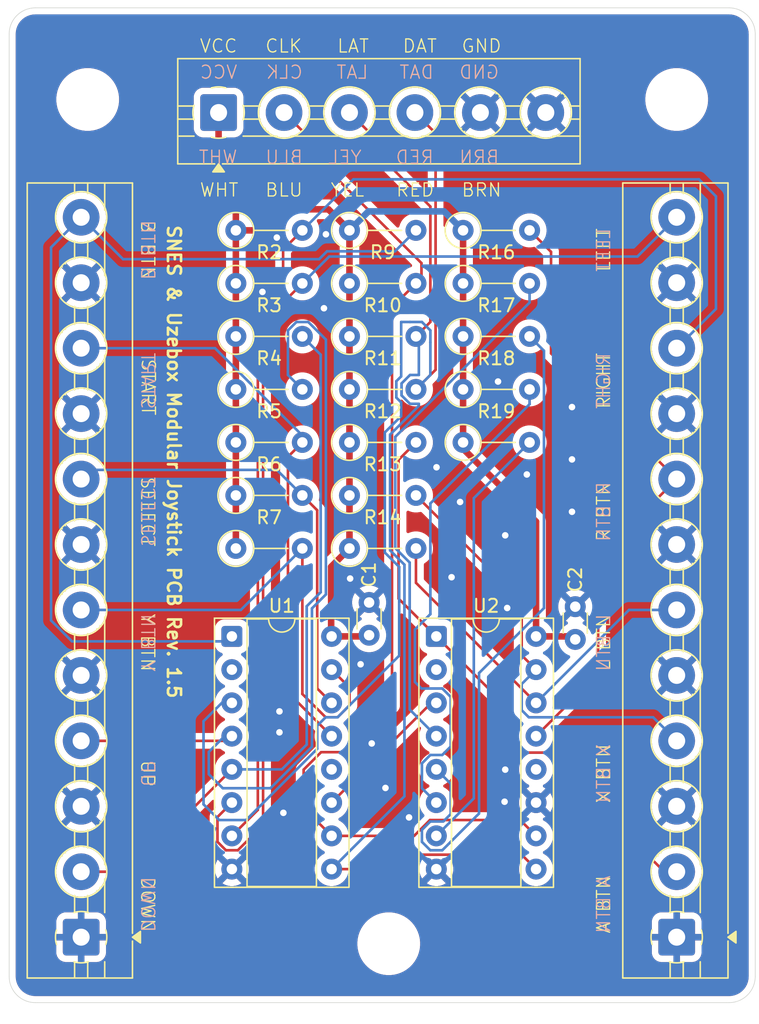
<source format=kicad_pcb>
(kicad_pcb (version 20241229) (generator "pcbnew") (generator_version "9.0")
  (title_block (title "SNES & Uzebox Modular Joystick PCB") (date "2025-05-06") (rev "1.5"))
  (layers (0 "F.Cu" signal) (2 "B.Cu" signal) (13 "F.Paste" user) (15 "B.Paste" user) (5 "F.SilkS" user "F.Silkscreen") (7 "B.SilkS" user "B.Silkscreen") (1 "F.Mask" user) (3 "B.Mask" user) (25 "Edge.Cuts" user))
  (net 0 "")
  (net 1 "/Vcc")
  (net 2 "/Latch")
  (net 3 "/Clk")
  (net 4 "/Gnd")
  (net 5 "/Data1")
  (net 6 "Net-(J2-Pin_4)")
  (net 7 "Net-(J2-Pin_6)")
  (net 8 "Net-(J2-Pin_12)")
  (net 9 "Net-(J2-Pin_8)")
  (net 10 "Net-(J2-Pin_2)")
  (net 11 "Net-(J2-Pin_10)")
  (net 12 "Net-(J3-Pin_10)")
  (net 13 "Net-(J3-Pin_2)")
  (net 14 "Net-(J3-Pin_8)")
  (net 15 "Net-(J3-Pin_12)")
  (net 16 "Net-(J3-Pin_4)")
  (net 17 "Net-(J3-Pin_6)")
  (net 18 "Net-(U2-D3)")
  (net 19 "Net-(U2-D2)")
  (net 20 "Net-(U2-D1)")
  (net 21 "Net-(U2-D0)")
  (net 24 "Net-(U1-DS)")
  (footprint "Resistor_THT:R_Axial_DIN0207_L6.3mm_D2.5mm_P5.08mm_Vertical" (layer "F.Cu") (at 124 75.5)
    (property "Reference" "R8" (hide yes))
    (property "Value" "10k")
    (pad "1" thru_hole circle (at 0 0) (size 1.6 1.6) (drill 0.8) (layers "*.Cu" "*.Mask") (net 1 "/Vcc"))
    (pad "2" thru_hole oval (at 5.08 0) (size 1.6 1.6) (drill 0.8) (layers "*.Cu" "*.Mask") (net 8 "Net-(J2-Pin_12)"))
  )
  (footprint "Resistor_THT:R_Axial_DIN0207_L6.3mm_D2.5mm_P5.08mm_Vertical" (layer "F.Cu") (at 124 83.6)
    (property "Reference" "R10" (at 2.54 -2.37 0) (layer "F.SilkS"))
    (property "Value" "10k")
    (pad "1" thru_hole circle (at 0 0) (size 1.6 1.6) (drill 0.8) (layers "*.Cu" "*.Mask") (net 1 "/Vcc"))
    (pad "2" thru_hole oval (at 5.08 0) (size 1.6 1.6) (drill 0.8) (layers "*.Cu" "*.Mask") (net 2 "/Latch"))
  )
  (footprint "Resistor_THT:R_Axial_DIN0207_L6.3mm_D2.5mm_P5.08mm_Vertical" (layer "F.Cu") (at 132.68 87.65)
    (property "Reference" "R18" (at 2.54 -2.37 0) (layer "F.SilkS"))
    (property "Value" "10k")
    (pad "1" thru_hole circle (at 0 0) (size 1.6 1.6) (drill 0.8) (layers "*.Cu" "*.Mask") (net 1 "/Vcc"))
    (pad "2" thru_hole oval (at 5.08 0) (size 1.6 1.6) (drill 0.8) (layers "*.Cu" "*.Mask") (net 20 "Net-(U2-D1)"))
  )
  (footprint "TerminalBlock:TerminalBlock_MaiXu_MX126-5.0-12P_1x12_P5.00mm" (layer "F.Cu") (at 103.5 129.5 90)
    (property "Reference" "J2" (hide yes))
    (property "Value" "Screw_Terminal_01x12")
    (pad "1" thru_hole roundrect (at 0 0 90) (size 2.8 2.8) (drill 1.3) (layers "*.Cu" "*.Mask") (roundrect_rratio 0.089286) (net 4 "/Gnd"))
    (pad "2" thru_hole circle (at 5 0 90) (size 2.8 2.8) (drill 1.3) (layers "*.Cu" "*.Mask") (net 10 "Net-(J2-Pin_2)"))
    (pad "3" thru_hole circle (at 10 0 90) (size 2.8 2.8) (drill 1.3) (layers "*.Cu" "*.Mask") (net 4 "/Gnd"))
    (pad "4" thru_hole circle (at 15 0 90) (size 2.8 2.8) (drill 1.3) (layers "*.Cu" "*.Mask") (net 6 "Net-(J2-Pin_4)"))
    (pad "5" thru_hole circle (at 20 0 90) (size 2.8 2.8) (drill 1.3) (layers "*.Cu" "*.Mask") (net 4 "/Gnd"))
    (pad "6" thru_hole circle (at 25 0 90) (size 2.8 2.8) (drill 1.3) (layers "*.Cu" "*.Mask") (net 7 "Net-(J2-Pin_6)"))
    (pad "7" thru_hole circle (at 30 0 90) (size 2.8 2.8) (drill 1.3) (layers "*.Cu" "*.Mask") (net 4 "/Gnd"))
    (pad "8" thru_hole circle (at 35 0 90) (size 2.8 2.8) (drill 1.3) (layers "*.Cu" "*.Mask") (net 9 "Net-(J2-Pin_8)"))
    (pad "9" thru_hole circle (at 40 0 90) (size 2.8 2.8) (drill 1.3) (layers "*.Cu" "*.Mask") (net 4 "/Gnd"))
    (pad "10" thru_hole circle (at 45 0 90) (size 2.8 2.8) (drill 1.3) (layers "*.Cu" "*.Mask") (net 11 "Net-(J2-Pin_10)"))
    (pad "11" thru_hole circle (at 50 0 90) (size 2.8 2.8) (drill 1.3) (layers "*.Cu" "*.Mask") (net 4 "/Gnd"))
    (pad "12" thru_hole circle (at 55 0 90) (size 2.8 2.8) (drill 1.3) (layers "*.Cu" "*.Mask") (net 8 "Net-(J2-Pin_12)"))
  )
  (footprint "Package_DIP:DIP-16_W7.62mm_Socket" (layer "F.Cu") (at 130.635 106.52)
    (property "Reference" "U2" (at 3.81 -2.33 0) (layer "F.SilkS"))
    (property "Value" "4021")
    (pad "1" thru_hole roundrect (at 0 0) (size 1.6 1.6) (drill 0.8) (layers "*.Cu" "*.Mask") (roundrect_rratio 0.15625) (net 13 "Net-(J3-Pin_2)"))
    (pad "2" thru_hole circle (at 0 2.54) (size 1.6 1.6) (drill 0.8) (layers "*.Cu" "*.Mask"))
    (pad "3" thru_hole circle (at 0 5.08) (size 1.6 1.6) (drill 0.8) (layers "*.Cu" "*.Mask") (net 24 "Net-(U1-DS)"))
    (pad "4" thru_hole circle (at 0 7.62) (size 1.6 1.6) (drill 0.8) (layers "*.Cu" "*.Mask") (net 18 "Net-(U2-D3)"))
    (pad "5" thru_hole circle (at 0 10.16) (size 1.6 1.6) (drill 0.8) (layers "*.Cu" "*.Mask") (net 19 "Net-(U2-D2)"))
    (pad "6" thru_hole circle (at 0 12.7) (size 1.6 1.6) (drill 0.8) (layers "*.Cu" "*.Mask") (net 20 "Net-(U2-D1)"))
    (pad "7" thru_hole circle (at 0 15.24) (size 1.6 1.6) (drill 0.8) (layers "*.Cu" "*.Mask") (net 21 "Net-(U2-D0)"))
    (pad "8" thru_hole circle (at 0 17.78) (size 1.6 1.6) (drill 0.8) (layers "*.Cu" "*.Mask") (net 4 "/Gnd"))
    (pad "9" thru_hole circle (at 7.62 17.78) (size 1.6 1.6) (drill 0.8) (layers "*.Cu" "*.Mask") (net 2 "/Latch"))
    (pad "10" thru_hole circle (at 7.62 15.24) (size 1.6 1.6) (drill 0.8) (layers "*.Cu" "*.Mask") (net 3 "/Clk"))
    (pad "11" thru_hole circle (at 7.62 12.7) (size 1.6 1.6) (drill 0.8) (layers "*.Cu" "*.Mask") (net 4 "/Gnd"))
    (pad "12" thru_hole circle (at 7.62 10.16) (size 1.6 1.6) (drill 0.8) (layers "*.Cu" "*.Mask"))
    (pad "13" thru_hole circle (at 7.62 7.62) (size 1.6 1.6) (drill 0.8) (layers "*.Cu" "*.Mask") (net 14 "Net-(J3-Pin_8)"))
    (pad "14" thru_hole circle (at 7.62 5.08) (size 1.6 1.6) (drill 0.8) (layers "*.Cu" "*.Mask") (net 17 "Net-(J3-Pin_6)"))
    (pad "15" thru_hole circle (at 7.62 2.54) (size 1.6 1.6) (drill 0.8) (layers "*.Cu" "*.Mask") (net 16 "Net-(J3-Pin_4)"))
    (pad "16" thru_hole circle (at 7.62 0) (size 1.6 1.6) (drill 0.8) (layers "*.Cu" "*.Mask") (net 1 "/Vcc"))
  )
  (footprint "Resistor_THT:R_Axial_DIN0207_L6.3mm_D2.5mm_P5.08mm_Vertical" (layer "F.Cu") (at 132.68 91.7)
    (property "Reference" "R19" (at 2.54 -2.37 0) (layer "F.SilkS"))
    (property "Value" "10k")
    (pad "1" thru_hole circle (at 0 0) (size 1.6 1.6) (drill 0.8) (layers "*.Cu" "*.Mask") (net 1 "/Vcc"))
    (pad "2" thru_hole oval (at 5.08 0) (size 1.6 1.6) (drill 0.8) (layers "*.Cu" "*.Mask") (net 21 "Net-(U2-D0)"))
  )
  (footprint "MountingHole:MountingHole_4.3mm_M4" (layer "F.Cu") (at 104 65.5)
    (property "Reference" "H2" (hide yes))
    (property "Value" "MountingHole")
    (pad "" np_thru_hole circle (at 0 0) (size 4.3 4.3) (drill 4.3) (layers "*.Cu" "*.Mask"))
  )
  (footprint "Resistor_THT:R_Axial_DIN0207_L6.3mm_D2.5mm_P5.08mm_Vertical" (layer "F.Cu") (at 115.32 95.75)
    (property "Reference" "R6" (at 2.54 -2.37 0) (layer "F.SilkS"))
    (property "Value" "10k")
    (pad "1" thru_hole circle (at 0 0) (size 1.6 1.6) (drill 0.8) (layers "*.Cu" "*.Mask") (net 1 "/Vcc"))
    (pad "2" thru_hole oval (at 5.08 0) (size 1.6 1.6) (drill 0.8) (layers "*.Cu" "*.Mask") (net 9 "Net-(J2-Pin_8)"))
  )
  (footprint "Resistor_THT:R_Axial_DIN0207_L6.3mm_D2.5mm_P5.08mm_Vertical" (layer "F.Cu") (at 132.68 75.5)
    (property "Reference" "R15" (hide yes))
    (property "Value" "10k")
    (pad "1" thru_hole circle (at 0 0) (size 1.6 1.6) (drill 0.8) (layers "*.Cu" "*.Mask") (net 1 "/Vcc"))
    (pad "2" thru_hole oval (at 5.08 0) (size 1.6 1.6) (drill 0.8) (layers "*.Cu" "*.Mask") (net 14 "Net-(J3-Pin_8)"))
  )
  (footprint "MountingHole:MountingHole_4.3mm_M4" (layer "F.Cu") (at 127 130)
    (property "Reference" "H1" (hide yes))
    (property "Value" "MountingHole")
    (pad "" np_thru_hole circle (at 0 0) (size 4.3 4.3) (drill 4.3) (layers "*.Cu" "*.Mask"))
  )
  (footprint "Resistor_THT:R_Axial_DIN0207_L6.3mm_D2.5mm_P5.08mm_Vertical" (layer "F.Cu") (at 115.32 79.55)
    (property "Reference" "R2" (at 2.54 -2.37 0) (layer "F.SilkS"))
    (property "Value" "10k")
    (pad "1" thru_hole circle (at 0 0) (size 1.6 1.6) (drill 0.8) (layers "*.Cu" "*.Mask") (net 1 "/Vcc"))
    (pad "2" thru_hole oval (at 5.08 0) (size 1.6 1.6) (drill 0.8) (layers "*.Cu" "*.Mask") (net 15 "Net-(J3-Pin_12)"))
  )
  (footprint "TerminalBlock:TerminalBlock_MaiXu_MX126-5.0-12P_1x12_P5.00mm" (layer "F.Cu") (at 149 129.5 90)
    (property "Reference" "J3" (hide yes))
    (property "Value" "Screw_Terminal_01x12")
    (pad "1" thru_hole roundrect (at 0 0 90) (size 2.8 2.8) (drill 1.3) (layers "*.Cu" "*.Mask") (roundrect_rratio 0.089286) (net 4 "/Gnd"))
    (pad "2" thru_hole circle (at 5 0 90) (size 2.8 2.8) (drill 1.3) (layers "*.Cu" "*.Mask") (net 13 "Net-(J3-Pin_2)"))
    (pad "3" thru_hole circle (at 10 0 90) (size 2.8 2.8) (drill 1.3) (layers "*.Cu" "*.Mask") (net 4 "/Gnd"))
    (pad "4" thru_hole circle (at 15 0 90) (size 2.8 2.8) (drill 1.3) (layers "*.Cu" "*.Mask") (net 16 "Net-(J3-Pin_4)"))
    (pad "5" thru_hole circle (at 20 0 90) (size 2.8 2.8) (drill 1.3) (layers "*.Cu" "*.Mask") (net 4 "/Gnd"))
    (pad "6" thru_hole circle (at 25 0 90) (size 2.8 2.8) (drill 1.3) (layers "*.Cu" "*.Mask") (net 17 "Net-(J3-Pin_6)"))
    (pad "7" thru_hole circle (at 30 0 90) (size 2.8 2.8) (drill 1.3) (layers "*.Cu" "*.Mask") (net 4 "/Gnd"))
    (pad "8" thru_hole circle (at 35 0 90) (size 2.8 2.8) (drill 1.3) (layers "*.Cu" "*.Mask") (net 14 "Net-(J3-Pin_8)"))
    (pad "9" thru_hole circle (at 40 0 90) (size 2.8 2.8) (drill 1.3) (layers "*.Cu" "*.Mask") (net 4 "/Gnd"))
    (pad "10" thru_hole circle (at 45 0 90) (size 2.8 2.8) (drill 1.3) (layers "*.Cu" "*.Mask") (net 12 "Net-(J3-Pin_10)"))
    (pad "11" thru_hole circle (at 50 0 90) (size 2.8 2.8) (drill 1.3) (layers "*.Cu" "*.Mask") (net 4 "/Gnd"))
    (pad "12" thru_hole circle (at 55 0 90) (size 2.8 2.8) (drill 1.3) (layers "*.Cu" "*.Mask") (net 15 "Net-(J3-Pin_12)"))
  )
  (footprint "Resistor_THT:R_Axial_DIN0207_L6.3mm_D2.5mm_P5.08mm_Vertical" (layer "F.Cu") (at 115.32 75.5)
    (property "Reference" "R1" (hide yes))
    (property "Value" "10k")
    (pad "1" thru_hole circle (at 0 0) (size 1.6 1.6) (drill 0.8) (layers "*.Cu" "*.Mask") (net 1 "/Vcc"))
    (pad "2" thru_hole oval (at 5.08 0) (size 1.6 1.6) (drill 0.8) (layers "*.Cu" "*.Mask") (net 12 "Net-(J3-Pin_10)"))
  )
  (footprint "Resistor_THT:R_Axial_DIN0207_L6.3mm_D2.5mm_P5.08mm_Vertical" (layer "F.Cu") (at 124 79.55)
    (property "Reference" "R9" (at 2.54 -2.37 0) (layer "F.SilkS"))
    (property "Value" "10k")
    (pad "1" thru_hole circle (at 0 0) (size 1.6 1.6) (drill 0.8) (layers "*.Cu" "*.Mask") (net 1 "/Vcc"))
    (pad "2" thru_hole oval (at 5.08 0) (size 1.6 1.6) (drill 0.8) (layers "*.Cu" "*.Mask") (net 3 "/Clk"))
  )
  (footprint "TerminalBlock:TerminalBlock_MaiXu_MX126-5.0-06P_1x06_P5.00mm" (layer "F.Cu") (at 114 66.5)
    (property "Reference" "J1" (hide yes))
    (property "Value" "Screw_Terminal_01x06")
    (pad "1" thru_hole roundrect (at 0 0) (size 2.8 2.8) (drill 1.3) (layers "*.Cu" "*.Mask") (roundrect_rratio 0.089286) (net 1 "/Vcc"))
    (pad "2" thru_hole circle (at 5 0) (size 2.8 2.8) (drill 1.3) (layers "*.Cu" "*.Mask") (net 3 "/Clk"))
    (pad "3" thru_hole circle (at 10 0) (size 2.8 2.8) (drill 1.3) (layers "*.Cu" "*.Mask") (net 2 "/Latch"))
    (pad "4" thru_hole circle (at 15 0) (size 2.8 2.8) (drill 1.3) (layers "*.Cu" "*.Mask") (net 5 "/Data1"))
    (pad "5" thru_hole circle (at 20 0) (size 2.8 2.8) (drill 1.3) (layers "*.Cu" "*.Mask") (net 4 "/Gnd"))
    (pad "6" thru_hole circle (at 25 0) (size 2.8 2.8) (drill 1.3) (layers "*.Cu" "*.Mask") (net 4 "/Gnd"))
  )
  (footprint "Resistor_THT:R_Axial_DIN0207_L6.3mm_D2.5mm_P5.08mm_Vertical" (layer "F.Cu") (at 124 95.75)
    (property "Reference" "R13" (at 2.54 -2.37 0) (layer "F.SilkS"))
    (property "Value" "10k")
    (pad "1" thru_hole circle (at 0 0) (size 1.6 1.6) (drill 0.8) (layers "*.Cu" "*.Mask") (net 1 "/Vcc"))
    (pad "2" thru_hole oval (at 5.08 0) (size 1.6 1.6) (drill 0.8) (layers "*.Cu" "*.Mask") (net 16 "Net-(J3-Pin_4)"))
  )
  (footprint "MountingHole:MountingHole_4.3mm_M4" (layer "F.Cu") (at 149 65.5)
    (property "Reference" "H3" (hide yes))
    (property "Value" "MountingHole")
    (pad "" np_thru_hole circle (at 0 0) (size 4.3 4.3) (drill 4.3) (layers "*.Cu" "*.Mask"))
  )
  (footprint "Resistor_THT:R_Axial_DIN0207_L6.3mm_D2.5mm_P5.08mm_Vertical" (layer "F.Cu") (at 115.32 99.8)
    (property "Reference" "R7" (at 2.54 -2.37 0) (layer "F.SilkS"))
    (property "Value" "10k")
    (pad "1" thru_hole circle (at 0 0) (size 1.6 1.6) (drill 0.8) (layers "*.Cu" "*.Mask") (net 1 "/Vcc"))
    (pad "2" thru_hole oval (at 5.08 0) (size 1.6 1.6) (drill 0.8) (layers "*.Cu" "*.Mask") (net 7 "Net-(J2-Pin_6)"))
  )
  (footprint "Resistor_THT:R_Axial_DIN0207_L6.3mm_D2.5mm_P5.08mm_Vertical" (layer "F.Cu") (at 124 87.65)
    (property "Reference" "R11" (at 2.54 -2.37 0) (layer "F.SilkS"))
    (property "Value" "10k")
    (pad "1" thru_hole circle (at 0 0) (size 1.6 1.6) (drill 0.8) (layers "*.Cu" "*.Mask") (net 1 "/Vcc"))
    (pad "2" thru_hole oval (at 5.08 0) (size 1.6 1.6) (drill 0.8) (layers "*.Cu" "*.Mask") (net 5 "/Data1"))
  )
  (footprint "Resistor_THT:R_Axial_DIN0207_L6.3mm_D2.5mm_P5.08mm_Vertical" (layer "F.Cu") (at 115.32 87.65)
    (property "Reference" "R4" (at 2.54 -2.37 0) (layer "F.SilkS"))
    (property "Value" "10k")
    (pad "1" thru_hole circle (at 0 0) (size 1.6 1.6) (drill 0.8) (layers "*.Cu" "*.Mask") (net 1 "/Vcc"))
    (pad "2" thru_hole oval (at 5.08 0) (size 1.6 1.6) (drill 0.8) (layers "*.Cu" "*.Mask") (net 6 "Net-(J2-Pin_4)"))
  )
  (footprint "Package_DIP:DIP-16_W7.62mm_Socket" (layer "F.Cu") (at 115.015 106.52)
    (property "Reference" "U1" (at 3.81 -2.33 0) (layer "F.SilkS"))
    (property "Value" "4021")
    (pad "1" thru_hole roundrect (at 0 0) (size 1.6 1.6) (drill 0.8) (layers "*.Cu" "*.Mask") (roundrect_rratio 0.15625) (net 8 "Net-(J2-Pin_12)"))
    (pad "2" thru_hole circle (at 0 2.54) (size 1.6 1.6) (drill 0.8) (layers "*.Cu" "*.Mask"))
    (pad "3" thru_hole circle (at 0 5.08) (size 1.6 1.6) (drill 0.8) (layers "*.Cu" "*.Mask") (net 5 "/Data1"))
    (pad "4" thru_hole circle (at 0 7.62) (size 1.6 1.6) (drill 0.8) (layers "*.Cu" "*.Mask") (net 6 "Net-(J2-Pin_4)"))
    (pad "5" thru_hole circle (at 0 10.16) (size 1.6 1.6) (drill 0.8) (layers "*.Cu" "*.Mask") (net 10 "Net-(J2-Pin_2)"))
    (pad "6" thru_hole circle (at 0 12.7) (size 1.6 1.6) (drill 0.8) (layers "*.Cu" "*.Mask") (net 15 "Net-(J3-Pin_12)"))
    (pad "7" thru_hole circle (at 0 15.24) (size 1.6 1.6) (drill 0.8) (layers "*.Cu" "*.Mask") (net 12 "Net-(J3-Pin_10)"))
    (pad "8" thru_hole circle (at 0 17.78) (size 1.6 1.6) (drill 0.8) (layers "*.Cu" "*.Mask") (net 4 "/Gnd"))
    (pad "9" thru_hole circle (at 7.62 17.78) (size 1.6 1.6) (drill 0.8) (layers "*.Cu" "*.Mask") (net 2 "/Latch"))
    (pad "10" thru_hole circle (at 7.62 15.24) (size 1.6 1.6) (drill 0.8) (layers "*.Cu" "*.Mask") (net 3 "/Clk"))
    (pad "11" thru_hole circle (at 7.62 12.7) (size 1.6 1.6) (drill 0.8) (layers "*.Cu" "*.Mask") (net 24 "Net-(U1-DS)"))
    (pad "12" thru_hole circle (at 7.62 10.16) (size 1.6 1.6) (drill 0.8) (layers "*.Cu" "*.Mask"))
    (pad "13" thru_hole circle (at 7.62 7.62) (size 1.6 1.6) (drill 0.8) (layers "*.Cu" "*.Mask") (net 11 "Net-(J2-Pin_10)"))
    (pad "14" thru_hole circle (at 7.62 5.08) (size 1.6 1.6) (drill 0.8) (layers "*.Cu" "*.Mask") (net 9 "Net-(J2-Pin_8)"))
    (pad "15" thru_hole circle (at 7.62 2.54) (size 1.6 1.6) (drill 0.8) (layers "*.Cu" "*.Mask") (net 7 "Net-(J2-Pin_6)"))
    (pad "16" thru_hole circle (at 7.62 0) (size 1.6 1.6) (drill 0.8) (layers "*.Cu" "*.Mask") (net 1 "/Vcc"))
  )
  (footprint "Capacitor_THT:C_Disc_D3.0mm_W1.6mm_P2.50mm" (layer "F.Cu") (at 125.5 106.43 90)
    (property "Reference" "C1" (at 4.63 -0.01 90) (layer "F.SilkS"))
    (property "Value" "0.01uf")
    (pad "1" thru_hole circle (at 0 0 90) (size 1.6 1.6) (drill 0.8) (layers "*.Cu" "*.Mask") (net 1 "/Vcc"))
    (pad "2" thru_hole circle (at 2.5 0 90) (size 1.6 1.6) (drill 0.8) (layers "*.Cu" "*.Mask") (net 4 "/Gnd"))
  )
  (footprint "Capacitor_THT:C_Disc_D3.0mm_W1.6mm_P2.50mm" (layer "F.Cu") (at 141.25 106.75 90)
    (property "Reference" "C2" (at 4.57 0 90) (layer "F.SilkS"))
    (property "Value" "0.01uf")
    (pad "1" thru_hole circle (at 0 0 90) (size 1.6 1.6) (drill 0.8) (layers "*.Cu" "*.Mask") (net 1 "/Vcc"))
    (pad "2" thru_hole circle (at 2.5 0 90) (size 1.6 1.6) (drill 0.8) (layers "*.Cu" "*.Mask") (net 4 "/Gnd"))
  )
  (footprint "Resistor_THT:R_Axial_DIN0207_L6.3mm_D2.5mm_P5.08mm_Vertical" (layer "F.Cu") (at 124 91.7)
    (property "Reference" "R12" (at 2.54 -2.37 0) (layer "F.SilkS"))
    (property "Value" "10k")
    (pad "1" thru_hole circle (at 0 0) (size 1.6 1.6) (drill 0.8) (layers "*.Cu" "*.Mask") (net 1 "/Vcc"))
    (pad "2" thru_hole oval (at 5.08 0) (size 1.6 1.6) (drill 0.8) (layers "*.Cu" "*.Mask") (net 13 "Net-(J3-Pin_2)"))
  )
  (footprint "Resistor_THT:R_Axial_DIN0207_L6.3mm_D2.5mm_P5.08mm_Vertical" (layer "F.Cu") (at 115.32 91.7)
    (property "Reference" "R5" (at 2.54 -2.37 0) (layer "F.SilkS"))
    (property "Value" "10k")
    (pad "1" thru_hole circle (at 0 0) (size 1.6 1.6) (drill 0.8) (layers "*.Cu" "*.Mask") (net 1 "/Vcc"))
    (pad "2" thru_hole oval (at 5.08 0) (size 1.6 1.6) (drill 0.8) (layers "*.Cu" "*.Mask") (net 11 "Net-(J2-Pin_10)"))
  )
  (footprint "Resistor_THT:R_Axial_DIN0207_L6.3mm_D2.5mm_P5.08mm_Vertical" (layer "F.Cu") (at 115.32 83.6)
    (property "Reference" "R3" (at 2.54 -2.37 0) (layer "F.SilkS"))
    (property "Value" "10k")
    (pad "1" thru_hole circle (at 0 0) (size 1.6 1.6) (drill 0.8) (layers "*.Cu" "*.Mask") (net 1 "/Vcc"))
    (pad "2" thru_hole oval (at 5.08 0) (size 1.6 1.6) (drill 0.8) (layers "*.Cu" "*.Mask") (net 10 "Net-(J2-Pin_2)"))
  )
  (footprint "Resistor_THT:R_Axial_DIN0207_L6.3mm_D2.5mm_P5.08mm_Vertical" (layer "F.Cu") (at 132.68 83.6)
    (property "Reference" "R17" (at 2.54 -2.37 0) (layer "F.SilkS"))
    (property "Value" "10k")
    (pad "1" thru_hole circle (at 0 0) (size 1.6 1.6) (drill 0.8) (layers "*.Cu" "*.Mask") (net 1 "/Vcc"))
    (pad "2" thru_hole oval (at 5.08 0) (size 1.6 1.6) (drill 0.8) (layers "*.Cu" "*.Mask") (net 19 "Net-(U2-D2)"))
  )
  (footprint "Resistor_THT:R_Axial_DIN0207_L6.3mm_D2.5mm_P5.08mm_Vertical" (layer "F.Cu") (at 124 99.8)
    (property "Reference" "R14" (at 2.54 -2.37 0) (layer "F.SilkS"))
    (property "Value" "10k")
    (pad "1" thru_hole circle (at 0 0) (size 1.6 1.6) (drill 0.8) (layers "*.Cu" "*.Mask") (net 1 "/Vcc"))
    (pad "2" thru_hole oval (at 5.08 0) (size 1.6 1.6) (drill 0.8) (layers "*.Cu" "*.Mask") (net 17 "Net-(J3-Pin_6)"))
  )
  (footprint "Resistor_THT:R_Axial_DIN0207_L6.3mm_D2.5mm_P5.08mm_Vertical" (layer "F.Cu") (at 132.68 79.55)
    (property "Reference" "R16" (at 2.54 -2.37 0) (layer "F.SilkS"))
    (property "Value" "10k")
    (pad "1" thru_hole circle (at 0 0) (size 1.6 1.6) (drill 0.8) (layers "*.Cu" "*.Mask") (net 1 "/Vcc"))
    (pad "2" thru_hole oval (at 5.08 0) (size 1.6 1.6) (drill 0.8) (layers "*.Cu" "*.Mask") (net 18 "Net-(U2-D3)"))
  )
  (gr_line (start 100 58.5) (end 153 58.5) (stroke (width 0.05)) (layer "Edge.Cuts"))
  (gr_line (start 98 132.5) (end 98 60.5) (stroke (width 0.05)) (layer "Edge.Cuts"))
  (gr_line (start 155 60.5) (end 155 132.5) (stroke (width 0.05)) (layer "Edge.Cuts"))
  (gr_arc (start 98 60.5) (mid 98.585786 59.085786) (end 100 58.5) (stroke (width 0.05)) (layer "Edge.Cuts"))
  (gr_arc (start 100 134.5) (mid 98.585786 133.914214) (end 98 132.5) (stroke (width 0.05)) (layer "Edge.Cuts"))
  (gr_arc (start 153 58.5) (mid 154.414214 59.085786) (end 155 60.5) (stroke (width 0.05)) (layer "Edge.Cuts"))
  (gr_line (start 153 134.5) (end 100 134.5) (stroke (width 0.05)) (layer "Edge.Cuts"))
  (gr_arc (start 155 132.5) (mid 154.414214 133.914214) (end 153 134.5) (stroke (width 0.05)) (layer "Edge.Cuts"))
  (gr_text "START" (at 108.05 85.25 270) (layer "F.SilkS") (effects (font (size 1 1) (thickness 0.1)) (justify left bottom)))
  (gr_text "B BTN" (at 108 77 270) (layer "F.SilkS") (effects (font (size 1 1) (thickness 0.1)) (justify bottom)))
  (gr_text "VCC" (at 112.5 62 -0) (layer "F.SilkS") (effects (font (size 1 1) (thickness 0.1)) (justify left bottom)))
  (gr_text "L BTN" (at 144 107 90) (layer "F.SilkS") (effects (font (size 1 1) (thickness 0.1)) (justify bottom)))
  (gr_text "${TITLE} Rev. ${REVISION}" (at 110 75 270) (layer "F.SilkS") (effects (font (size 1 1) (thickness 0.2) (bold yes)) (justify left bottom)))
  (gr_text "X BTN" (at 144 117 90) (layer "F.SilkS") (effects (font (size 1 1) (thickness 0.1)) (justify bottom)))
  (gr_text "R BTN" (at 144 97 90) (layer "F.SilkS") (effects (font (size 1 1) (thickness 0.1)) (justify bottom)))
  (gr_text "GND" (at 132.5 62 -0) (layer "F.SilkS") (effects (font (size 1 1) (thickness 0.1)) (justify left bottom)))
  (gr_text "UP" (at 108 117 270) (layer "F.SilkS") (effects (font (size 1 1) (thickness 0.1)) (justify bottom)))
  (gr_text "WHT" (at 112.5 73 -0) (layer "F.SilkS") (effects (font (size 1 1) (thickness 0.1)) (justify left bottom)))
  (gr_text "BRN" (at 132.5 73 -0) (layer "F.SilkS") (effects (font (size 1 1) (thickness 0.1)) (justify left bottom)))
  (gr_text "LAT" (at 123 62 -0) (layer "F.SilkS") (effects (font (size 1 1) (thickness 0.1)) (justify left bottom)))
  (gr_text "DAT" (at 128 62 -0) (layer "F.SilkS") (effects (font (size 1 1) (thickness 0.1)) (justify left bottom)))
  (gr_text "SELECT" (at 108 97 270) (layer "F.SilkS") (effects (font (size 1 1) (thickness 0.1)) (justify bottom)))
  (gr_text "YEL" (at 122.5 73 -0) (layer "F.SilkS") (effects (font (size 1 1) (thickness 0.1)) (justify left bottom)))
  (gr_text "A BTN" (at 144 127 90) (layer "F.SilkS") (effects (font (size 1 1) (thickness 0.1)) (justify bottom)))
  (gr_text "BLU" (at 117.5 73 -0) (layer "F.SilkS") (effects (font (size 1 1) (thickness 0.1)) (justify left bottom)))
  (gr_text "Y BTN" (at 108 107 270) (layer "F.SilkS") (effects (font (size 1 1) (thickness 0.1)) (justify bottom)))
  (gr_text "RIGHT" (at 144 87 90) (layer "F.SilkS") (effects (font (size 1 1) (thickness 0.1)) (justify bottom)))
  (gr_text "DOWN" (at 108 127 270) (layer "F.SilkS") (effects (font (size 1 1) (thickness 0.1)) (justify bottom)))
  (gr_text "RED" (at 127.5 73 -0) (layer "F.SilkS") (effects (font (size 1 1) (thickness 0.1)) (justify left bottom)))
  (gr_text "LEFT" (at 144 77 90) (layer "F.SilkS") (effects (font (size 1 1) (thickness 0.1)) (justify bottom)))
  (gr_text "CLK" (at 117.5 62 -0) (layer "F.SilkS") (effects (font (size 1 1) (thickness 0.1)) (justify left bottom)))
  (gr_text "GND" (at 135.5 64 0) (layer "B.SilkS") (effects (font (size 1 1) (thickness 0.1)) (justify left bottom mirror)))
  (gr_text "RED" (at 130.5 70.5 0) (layer "B.SilkS") (effects (font (size 1 1) (thickness 0.1)) (justify left bottom mirror)))
  (gr_text "BRN" (at 135.5 70.5 0) (layer "B.SilkS") (effects (font (size 1 1) (thickness 0.1)) (justify left bottom mirror)))
  (gr_text "A BTN" (at 144 127 90) (layer "B.SilkS") (effects (font (size 1 1) (thickness 0.1)) (justify bottom mirror)))
  (gr_text "BLU" (at 120.5 70.5 0) (layer "B.SilkS") (effects (font (size 1 1) (thickness 0.1)) (justify left bottom mirror)))
  (gr_text "LEFT" (at 144 77 90) (layer "B.SilkS") (effects (font (size 1 1) (thickness 0.1)) (justify bottom mirror)))
  (gr_text "RIGHT" (at 144 87 90) (layer "B.SilkS") (effects (font (size 1 1) (thickness 0.1)) (justify bottom mirror)))
  (gr_text "SELECT" (at 108 97 270) (layer "B.SilkS") (effects (font (size 1 1) (thickness 0.1)) (justify bottom mirror)))
  (gr_text "WHT" (at 115.5 70.5 0) (layer "B.SilkS") (effects (font (size 1 1) (thickness 0.1)) (justify left bottom mirror)))
  (gr_text "X BTN" (at 144 117 90) (layer "B.SilkS") (effects (font (size 1 1) (thickness 0.1)) (justify bottom mirror)))
  (gr_text "START" (at 108 87 270) (layer "B.SilkS") (effects (font (size 1 1) (thickness 0.1)) (justify bottom mirror)))
  (gr_text "LAT" (at 125.5 64 0) (layer "B.SilkS") (effects (font (size 1 1) (thickness 0.1)) (justify left bottom mirror)))
  (gr_text "YEL" (at 125 70.5 0) (layer "B.SilkS") (effects (font (size 1 1) (thickness 0.1)) (justify left bottom mirror)))
  (gr_text "DAT" (at 130.5 64 0) (layer "B.SilkS") (effects (font (size 1 1) (thickness 0.1)) (justify left bottom mirror)))
  (gr_text "B BTN" (at 108 77 270) (layer "B.SilkS") (effects (font (size 1 1) (thickness 0.1)) (justify bottom mirror)))
  (gr_text "R BTN" (at 144 97 90) (layer "B.SilkS") (effects (font (size 1 1) (thickness 0.1)) (justify bottom mirror)))
  (gr_text "L BTN" (at 144 107 90) (layer "B.SilkS") (effects (font (size 1 1) (thickness 0.1)) (justify bottom mirror)))
  (gr_text "DOWN" (at 108 127 270) (layer "B.SilkS") (effects (font (size 1 1) (thickness 0.1)) (justify bottom mirror)))
  (gr_text "CLK" (at 120.5 64 0) (layer "B.SilkS") (effects (font (size 1 1) (thickness 0.1)) (justify left bottom mirror)))
  (gr_text "VCC" (at 115.5 64 0) (layer "B.SilkS") (effects (font (size 1 1) (thickness 0.1)) (justify left bottom mirror)))
  (gr_text "Y BTN" (at 108 107 270) (layer "B.SilkS") (effects (font (size 1 1) (thickness 0.1)) (justify bottom mirror)))
  (gr_text "UP" (at 108 117 270) (layer "B.SilkS") (effects (font (size 1 1) (thickness 0.1)) (justify bottom mirror)))
  (segment (start 132.68 79.55) (end 132.68 83.6) (width 0.5) (layer "F.Cu") (net 1))
  (segment (start 124 99.8) (end 122.6 101.2) (width 0.5) (layer "F.Cu") (net 1))
  (segment (start 115.32 75.5) (end 115.32 71.68) (width 0.5) (layer "F.Cu") (net 1))
  (segment (start 124 75.5) (end 124 79.55) (width 0.5) (layer "F.Cu") (net 1))
  (segment (start 132.68 75.5) (end 132.68 79.55) (width 0.5) (layer "F.Cu") (net 1))
  (segment (start 132.68 83.6) (end 132.68 87.65) (width 0.5) (layer "F.Cu") (net 1))
  (segment (start 132.68 92.18) (end 138.255 97.755) (width 0.5) (layer "F.Cu") (net 1))
  (segment (start 115.32 87.65) (end 115.32 91.7) (width 0.5) (layer "F.Cu") (net 1))
  (segment (start 124 95.75) (end 124 99.8) (width 0.5) (layer "F.Cu") (net 1))
  (segment (start 115.32 79.55) (end 115.32 83.6) (width 0.5) (layer "F.Cu") (net 1))
  (segment (start 124 87.65) (end 124 91.7) (width 0.5) (layer "F.Cu") (net 1))
  (segment (start 140.61 106.52) (end 140.66 106.57) (width 0.5) (layer "F.Cu") (net 1))
  (segment (start 118.89 73.89) (end 117.28 75.5) (width 0.5) (layer "F.Cu") (net 1))
  (segment (start 118.89 73.89) (end 122.39 73.89) (width 0.5) (layer "F.Cu") (net 1))
  (segment (start 122.39 73.89) (end 124 75.5) (width 0.5) (layer "F.Cu") (net 1))
  (segment (start 114 70.36) (end 114 66.5) (width 0.5) (layer "F.Cu") (net 1))
  (segment (start 124 79.55) (end 124 83.6) (width 0.5) (layer "F.Cu") (net 1))
  (segment (start 115.32 83.6) (end 115.32 87.65) (width 0.5) (layer "F.Cu") (net 1))
  (segment (start 117.28 75.5) (end 115.32 75.5) (width 0.5) (layer "F.Cu") (net 1))
  (segment (start 138.255 106.52) (end 140.61 106.52) (width 0.5) (layer "F.Cu") (net 1))
  (segment (start 124 83.6) (end 124 87.65) (width 0.5) (layer "F.Cu") (net 1))
  (segment (start 132.68 91.7) (end 132.68 92.18) (width 0.5) (layer "F.Cu") (net 1))
  (segment (start 122.635 106.52) (end 125.12 106.52) (width 0.5) (layer "F.Cu") (net 1))
  (segment (start 132.68 87.65) (end 132.68 91.7) (width 0.5) (layer "F.Cu") (net 1))
  (segment (start 124 91.7) (end 124 95.75) (width 0.5) (layer "F.Cu") (net 1))
  (segment (start 114 70.36) (end 115.32 71.68) (width 0.5) (layer "F.Cu") (net 1))
  (segment (start 115.32 75.5) (end 115.32 79.55) (width 0.5) (layer "F.Cu") (net 1))
  (segment (start 122.6 101.2) (end 122.6 106.485) (width 0.5) (layer "F.Cu") (net 1))
  (segment (start 138.255 97.755) (end 138.255 106.52) (width 0.5) (layer "F.Cu") (net 1))
  (segment (start 115.32 91.7) (end 115.32 95.75) (width 0.5) (layer "F.Cu") (net 1))
  (segment (start 122.6 106.485) (end 122.635 106.52) (width 0.5) (layer "F.Cu") (net 1))
  (segment (start 125.12 106.52) (end 125.21 106.43) (width 0.5) (layer "F.Cu") (net 1))
  (segment (start 115.32 95.75) (end 115.32 99.8) (width 0.5) (layer "F.Cu") (net 1))
  (segment (start 131.23 74.05) (end 132.68 75.5) (width 0.5) (layer "B.Cu") (net 1))
  (segment (start 125.45 74.05) (end 131.23 74.05) (width 0.5) (layer "B.Cu") (net 1))
  (segment (start 124 75.5) (end 125.45 74.05) (width 0.5) (layer "B.Cu") (net 1))
  (segment (start 130.18 82.5) (end 129.08 83.6) (width 0.2) (layer "F.Cu") (net 2))
  (segment (start 126 69.5) (end 126 68.5) (width 0.2) (layer "F.Cu") (net 2))
  (segment (start 127.5 124.3) (end 122.635 124.3) (width 0.2) (layer "F.Cu") (net 2))
  (segment (start 126 69.5) (end 130.18 73.68) (width 0.2) (layer "F.Cu") (net 2))
  (segment (start 128.601 123.199) (end 127.5 124.3) (width 0.2) (layer "F.Cu") (net 2))
  (segment (start 126 68.5) (end 124 66.5) (width 0.2) (layer "F.Cu") (net 2))
  (segment (start 138.255 124.3) (end 137.154 123.199) (width 0.2) (layer "F.Cu") (net 2))
  (segment (start 130.18 73.68) (end 130.18 82.5) (width 0.2) (layer "F.Cu") (net 2))
  (segment (start 137.154 123.199) (end 128.601 123.199) (width 0.2) (layer "F.Cu") (net 2))
  (segment (start 127.979 87.19395) (end 127.979 88.10605) (width 0.2) (layer "B.Cu") (net 2))
  (segment (start 127.979 88.10605) (end 128.62395 88.751) (width 0.2) (layer "B.Cu") (net 2))
  (segment (start 129.3 88.907265) (end 127.1 91.107265) (width 0.2) (layer "B.Cu") (net 2))
  (segment (start 129.3 86.549) (end 128.62395 86.549) (width 0.2) (layer "B.Cu") (net 2))
  (segment (start 129.08 83.6) (end 129.3 83.82) (width 0.2) (layer "B.Cu") (net 2))
  (segment (start 129.3 83.82) (end 129.3 86.549) (width 0.2) (layer "B.Cu") (net 2))
  (segment (start 128.62395 86.549) (end 127.979 87.19395) (width 0.2) (layer "B.Cu") (net 2))
  (segment (start 128.199 118.736) (end 122.635 124.3) (width 0.2) (layer "B.Cu") (net 2))
  (segment (start 127.1 99.94415) (end 128.199 101.04315) (width 0.2) (layer "B.Cu") (net 2))
  (segment (start 129.3 88.751) (end 129.3 88.907265) (width 0.2) (layer "B.Cu") (net 2))
  (segment (start 127.1 91.107265) (end 127.1 99.94415) (width 0.2) (layer "B.Cu") (net 2))
  (segment (start 128.62395 88.751) (end 129.3 88.751) (width 0.2) (layer "B.Cu") (net 2))
  (segment (start 128.199 101.04315) (end 128.199 118.736) (width 0.2) (layer "B.Cu") (net 2))
  (segment (start 121 68.5) (end 121 69.5) (width 0.2) (layer "F.Cu") (net 3))
  (segment (start 128.94 121.76) (end 122.635 121.76) (width 0.2) (layer "F.Cu") (net 3))
  (segment (start 129.08 79.55) (end 127.25 81.38) (width 0.2) (layer "F.Cu") (net 3))
  (segment (start 129.5 79.13) (end 129.08 79.55) (width 0.2) (layer "F.Cu") (net 3))
  (segment (start 127.25 81.38) (end 127.25 111.8) (width 0.2) (layer "F.Cu") (net 3))
  (segment (start 129.5 78) (end 129.5 79.13) (width 0.2) (layer "F.Cu") (net 3))
  (segment (start 127.25 111.8) (end 123.684682 115.365318) (width 0.2) (layer "F.Cu") (net 3))
  (segment (start 123.684682 115.365318) (end 121.834682 115.365318) (width 0.2) (layer "F.Cu") (net 3))
  (segment (start 130.15 120.55) (end 128.94 121.76) (width 0.2) (layer "F.Cu") (net 3))
  (segment (start 119 66.5) (end 121 68.5) (width 0.2) (layer "F.Cu") (net 3))
  (segment (start 138.255 121.76) (end 137.045 120.55) (width 0.2) (layer "F.Cu") (net 3))
  (segment (start 121 69.5) (end 129.5 78) (width 0.2) (layer "F.Cu") (net 3))
  (segment (start 121.834682 115.365318) (end 120.5 116.7) (width 0.2) (layer "F.Cu") (net 3))
  (segment (start 137.045 120.55) (end 130.15 120.55) (width 0.2) (layer "F.Cu") (net 3))
  (segment (start 120.5 116.7) (end 120.5 119.625) (width 0.2) (layer "F.Cu") (net 3))
  (segment (start 120.5 119.625) (end 122.635 121.76) (width 0.2) (layer "F.Cu") (net 3))
  (via (at 122.2 75.8) (size 0.8) (drill 0.5) (layers "F.Cu" "B.Cu") (net 4))
  (via (at 118.65 113.85) (size 0.8) (drill 0.5) (layers "F.Cu" "B.Cu") (net 4))
  (via (at 118.65 112.25) (size 0.8) (drill 0.5) (layers "F.Cu" "B.Cu") (net 4))
  (via (at 131.8 102) (size 0.8) (drill 0.5) (layers "F.Cu" "B.Cu") (net 4))
  (via (at 128.55 120.35) (size 0.8) (drill 0.5) (layers "F.Cu" "B.Cu") (net 4))
  (via (at 117.35 80.2) (size 0.8) (drill 0.5) (layers "F.Cu" "B.Cu") (net 4))
  (via (at 126.75 118.1) (size 0.8) (drill 0.5) (layers "F.Cu" "B.Cu") (net 4))
  (via (at 118.45 76.05) (size 0.8) (drill 0.5) (layers "F.Cu" "B.Cu") (net 4))
  (via (at 135.85 119.15) (size 0.8) (drill 0.5) (layers "F.Cu" "B.Cu") (net 4))
  (via (at 125.7 114.7) (size 0.8) (drill 0.5) (layers "F.Cu" "B.Cu") (net 4))
  (via (at 124.85 108.65) (size 0.8) (drill 0.5) (layers "F.Cu" "B.Cu") (net 4))
  (via (at 141 97) (size 0.8) (drill 0.5) (layers "F.Cu" "B.Cu") (net 4))
  (via (at 135.9 116.7) (size 0.8) (drill 0.5) (layers "F.Cu" "B.Cu") (net 4))
  (via (at 141 93) (size 0.8) (drill 0.5) (layers "F.Cu" "B.Cu") (net 4))
  (via (at 136.05 104.35) (size 0.8) (drill 0.5) (layers "F.Cu" "B.Cu") (net 4))
  (via (at 118.95 120) (size 0.8) (drill 0.5) (layers "F.Cu" "B.Cu") (net 4))
  (via (at 137.55 94.15) (size 0.8) (drill 0.5) (layers "F.Cu" "B.Cu") (net 4))
  (via (at 124.05 102.1) (size 0.8) (drill 0.5) (layers "F.Cu" "B.Cu") (net 4))
  (via (at 135.9 98.8) (size 0.8) (drill 0.5) (layers "F.Cu" "B.Cu") (net 4))
  (via (at 130.65 93.6) (size 0.8) (drill 0.5) (layers "F.Cu" "B.Cu") (net 4))
  (via (at 135.35 87.05) (size 0.8) (drill 0.5) (layers "F.Cu" "B.Cu") (net 4))
  (via (at 132.45 96.25) (size 0.8) (drill 0.5) (layers "F.Cu" "B.Cu") (net 4))
  (via (at 141 89) (size 0.8) (drill 0.5) (layers "F.Cu" "B.Cu") (net 4))
  (via (at 122.05 81.45) (size 0.8) (drill 0.5) (layers "F.Cu" "B.Cu") (net 4))
  (segment (start 130.58 68.08) (end 129 66.5) (width 0.2) (layer "F.Cu") (net 5))
  (segment (start 130.58 86.15) (end 130.58 68.08) (width 0.2) (layer "F.Cu") (net 5))
  (segment (start 129.08 87.65) (end 130.58 86.15) (width 0.2) (layer "F.Cu") (net 5))
  (segment (start 130.181 83.14395) (end 130.181 84.05605) (width 0.2) (layer "B.Cu") (net 5))
  (segment (start 116.1 120.55) (end 121.535 115.115) (width 0.2) (layer "B.Cu") (net 5))
  (segment (start 127.95 88.64415) (end 127.578 88.27215) (width 0.2) (layer "B.Cu") (net 5))
  (segment (start 114.05 120.55) (end 116.1 120.55) (width 0.2) (layer "B.Cu") (net 5))
  (segment (start 129.53605 82.499) (end 130.181 83.14395) (width 0.2) (layer "B.Cu") (net 5))
  (segment (start 126.699 100.11025) (end 126.699 90.941165) (width 0.2) (layer "B.Cu") (net 5))
  (segment (start 130.181 84.05605) (end 130.18 84.05705) (width 0.2) (layer "B.Cu") (net 5))
  (segment (start 127.798 107.992635) (end 127.798 101.20925) (width 0.2) (layer "B.Cu") (net 5))
  (segment (start 115.015 111.6) (end 114.25 111.6) (width 0.2) (layer "B.Cu") (net 5))
  (segment (start 127.95 86.65585) (end 127.95 82.5) (width 0.2) (layer "B.Cu") (net 5))
  (segment (start 114.25 111.6) (end 112.85 113) (width 0.2) (layer "B.Cu") (net 5))
  (segment (start 127.578 88.27215) (end 127.578 87.02785) (width 0.2) (layer "B.Cu") (net 5))
  (segment (start 127.578 87.02785) (end 127.95 86.65585) (width 0.2) (layer "B.Cu") (net 5))
  (segment (start 122.179365 112.7) (end 123.090635 112.7) (width 0.2) (layer "B.Cu") (net 5))
  (segment (start 126.699 90.941165) (end 127.95 89.690165) (width 0.2) (layer "B.Cu") (net 5))
  (segment (start 127.798 101.20925) (end 126.699 100.11025) (width 0.2) (layer "B.Cu") (net 5))
  (segment (start 130.18 86.55) (end 129.08 87.65) (width 0.2) (layer "B.Cu") (net 5))
  (segment (start 112.85 113) (end 112.85 119.35) (width 0.2) (layer "B.Cu") (net 5))
  (segment (start 121.535 113.344365) (end 122.179365 112.7) (width 0.2) (layer "B.Cu") (net 5))
  (segment (start 127.95 82.5) (end 128.62295 82.5) (width 0.2) (layer "B.Cu") (net 5))
  (segment (start 121.535 115.115) (end 121.535 113.344365) (width 0.2) (layer "B.Cu") (net 5))
  (segment (start 127.95 89.690165) (end 127.95 88.64415) (width 0.2) (layer "B.Cu") (net 5))
  (segment (start 128.62395 82.499) (end 129.53605 82.499) (width 0.2) (layer "B.Cu") (net 5))
  (segment (start 130.18 84.05705) (end 130.18 86.55) (width 0.2) (layer "B.Cu") (net 5))
  (segment (start 123.090635 112.7) (end 127.798 107.992635) (width 0.2) (layer "B.Cu") (net 5))
  (segment (start 128.62295 82.5) (end 128.62395 82.499) (width 0.2) (layer "B.Cu") (net 5))
  (segment (start 112.85 119.35) (end 114.05 120.55) (width 0.2) (layer "B.Cu") (net 5))
  (segment (start 103.5 114.5) (end 114.655 114.5) (width 0.2) (layer "F.Cu") (net 6))
  (segment (start 114.655 114.5) (end 115.015 114.14) (width 0.2) (layer "F.Cu") (net 6))
  (segment (start 120.855635 82.5) (end 122.2 83.844365) (width 0.2) (layer "B.Cu") (net 6))
  (segment (start 122.2 83.844365) (end 122.2 103.3161) (width 0.2) (layer "B.Cu") (net 6))
  (segment (start 119.3 86.55) (end 119.3 83.144365) (width 0.2) (layer "B.Cu") (net 6))
  (segment (start 122.2 103.3161) (end 121.134 104.3821) (width 0.2) (layer "B.Cu") (net 6))
  (segment (start 117.9639 118.119) (end 114.32 118.119) (width 0.2) (layer "B.Cu") (net 6))
  (segment (start 121.134 104.3821) (end 121.134 114.9489) (width 0.2) (layer "B.Cu") (net 6))
  (segment (start 114.46 114.14) (end 115.015 114.14) (width 0.2) (layer "B.Cu") (net 6))
  (segment (start 119.944365 82.5) (end 120.855635 82.5) (width 0.2) (layer "B.Cu") (net 6))
  (segment (start 114.32 118.119) (end 113.251 117.05) (width 0.2) (layer "B.Cu") (net 6))
  (segment (start 113.251 115.349) (end 114.46 114.14) (width 0.2) (layer "B.Cu") (net 6))
  (segment (start 120.4 87.65) (end 119.3 86.55) (width 0.2) (layer "B.Cu") (net 6))
  (segment (start 121.134 114.9489) (end 117.9639 118.119) (width 0.2) (layer "B.Cu") (net 6))
  (segment (start 113.251 117.05) (end 113.251 115.349) (width 0.2) (layer "B.Cu") (net 6))
  (segment (start 119.3 83.144365) (end 119.944365 82.5) (width 0.2) (layer "B.Cu") (net 6))
  (segment (start 120.4 99.8) (end 120.4 110.920635) (width 0.2) (layer "F.Cu") (net 7))
  (segment (start 123.090635 112.7) (end 124 111.790635) (width 0.2) (layer "F.Cu") (net 7))
  (segment (start 122.179365 112.7) (end 123.090635 112.7) (width 0.2) (layer "F.Cu") (net 7))
  (segment (start 120.4 110.920635) (end 122.179365 112.7) (width 0.2) (layer "F.Cu") (net 7))
  (segment (start 124 111.790635) (end 124 110.425) (width 0.2) (layer "F.Cu") (net 7))
  (segment (start 124 110.425) (end 122.635 109.06) (width 0.2) (layer "F.Cu") (net 7))
  (segment (start 115.7 104.5) (end 120.4 99.8) (width 0.2) (layer "B.Cu") (net 7))
  (segment (start 103.5 104.5) (end 115.7 104.5) (width 0.2) (layer "B.Cu") (net 7))
  (segment (start 115.035 106.5) (end 115 106.5) (width 0.2) (layer "F.Cu") (net 8))
  (segment (start 122.2839 77.099) (end 127.481 77.099) (width 0.2) (layer "B.Cu") (net 8))
  (segment (start 101.2 105.3) (end 101.2 76.8) (width 0.2) (layer "B.Cu") (net 8))
  (segment (start 106.7 77.7) (end 121.6829 77.7) (width 0.2) (layer "B.Cu") (net 8))
  (segment (start 115.015 106.52) (end 114.635 106.9) (width 0.2) (layer "B.Cu") (net 8))
  (segment (start 127.481 77.099) (end 129.08 75.5) (width 0.2) (layer "B.Cu") (net 8))
  (segment (start 102.8 106.9) (end 101.2 105.3) (width 0.2) (layer "B.Cu") (net 8))
  (segment (start 101.2 76.8) (end 103.5 74.5) (width 0.2) (layer "B.Cu") (net 8))
  (segment (start 114.635 106.9) (end 102.8 106.9) (width 0.2) (layer "B.Cu") (net 8))
  (segment (start 103.5 74.5) (end 106.7 77.7) (width 0.2) (layer "B.Cu") (net 8))
  (segment (start 121.6829 77.7) (end 122.2839 77.099) (width 0.2) (layer "B.Cu") (net 8))
  (segment (start 120.4 95.75) (end 121.535 96.885) (width 0.2) (layer "F.Cu") (net 9))
  (segment (start 121.535 96.885) (end 121.535 110.5) (width 0.2) (layer "F.Cu") (net 9))
  (segment (start 121.535 110.5) (end 122.635 111.6) (width 0.2) (layer "F.Cu") (net 9))
  (segment (start 104.2 93.8) (end 118.45 93.8) (width 0.2) (layer "B.Cu") (net 9))
  (segment (start 103.5 94.5) (end 104.2 93.8) (width 0.2) (layer "B.Cu") (net 9))
  (segment (start 118.45 93.8) (end 120.4 95.75) (width 0.2) (layer "B.Cu") (net 9))
  (segment (start 107.195 124.5) (end 115.015 116.68) (width 0.2) (layer "F.Cu") (net 10))
  (segment (start 103.5 124.5) (end 107.195 124.5) (width 0.2) (layer "F.Cu") (net 10))
  (segment (start 118.8358 116.68) (end 120.733 114.7828) (width 0.2) (layer "B.Cu") (net 10))
  (segment (start 120.733 114.7828) (end 120.733 104.216) (width 0.2) (layer "B.Cu") (net 10))
  (segment (start 115.015 116.68) (end 118.8358 116.68) (width 0.2) (layer "B.Cu") (net 10))
  (segment (start 121.799 84.999) (end 120.4 83.6) (width 0.2) (layer "B.Cu") (net 10))
  (segment (start 121.799 103.15) (end 121.799 84.999) (width 0.2) (layer "B.Cu") (net 10))
  (segment (start 120.733 104.216) (end 121.799 103.15) (width 0.2) (layer "B.Cu") (net 10))
  (segment (start 119.3 92.8) (end 119.3 110.805) (width 0.2) (layer "F.Cu") (net 11))
  (segment (start 119.3 110.805) (end 122.635 114.14) (width 0.2) (layer "F.Cu") (net 11))
  (segment (start 120.4 91.7) (end 119.3 92.8) (width 0.2) (layer "F.Cu") (net 11))
  (segment (start 120.4 91.174365) (end 120.4 91.7) (width 0.2) (layer "B.Cu") (net 11))
  (segment (start 113.725635 84.5) (end 120.4 91.174365) (width 0.2) (layer "B.Cu") (net 11))
  (segment (start 103.5 84.5) (end 113.725635 84.5) (width 0.2) (layer "B.Cu") (net 11))
  (segment (start 118.93 80.4529) (end 116.999 82.3839) (width 0.2) (layer "F.Cu") (net 12))
  (segment (start 118.93 76.97) (end 118.93 80.4529) (width 0.2) (layer "F.Cu") (net 12))
  (segment (start 120.4 75.5) (end 118.93 76.97) (width 0.2) (layer "F.Cu") (net 12))
  (segment (start 116.999 82.3839) (end 116.999 119.776) (width 0.2) (layer "F.Cu") (net 12))
  (segment (start 116.999 119.776) (end 115.015 121.76) (width 0.2) (layer "F.Cu") (net 12))
  (segment (start 124.3 71.6) (end 120.4 75.5) (width 0.2) (layer "B.Cu") (net 12))
  (segment (start 149 84.5) (end 152 81.5) (width 0.2) (layer "B.Cu") (net 12))
  (segment (start 152 72.9) (end 150.7 71.6) (width 0.2) (layer "B.Cu") (net 12))
  (segment (start 150.7 71.6) (end 124.3 71.6) (width 0.2) (layer "B.Cu") (net 12))
  (segment (start 152 81.5) (end 152 72.9) (width 0.2) (layer "B.Cu") (net 12))
  (segment (start 127.75 93.03) (end 127.75 103.635) (width 0.2) (layer "F.Cu") (net 13))
  (segment (start 127.75 103.635) (end 130.635 106.52) (width 0.2) (layer "F.Cu") (net 13))
  (segment (start 135.5 111.385) (end 135.5 113.4) (width 0.2) (layer "F.Cu") (net 13))
  (segment (start 138.95 115.4) (end 148.05 124.5) (width 0.2) (layer "F.Cu") (net 13))
  (segment (start 135.5 113.4) (end 137.5 115.4) (width 0.2) (layer "F.Cu") (net 13))
  (segment (start 137.5 115.4) (end 138.95 115.4) (width 0.2) (layer "F.Cu") (net 13))
  (segment (start 129.08 91.7) (end 127.75 93.03) (width 0.2) (layer "F.Cu") (net 13))
  (segment (start 148.05 124.5) (end 149 124.5) (width 0.2) (layer "F.Cu") (net 13))
  (segment (start 130.635 106.52) (end 135.5 111.385) (width 0.2) (layer "F.Cu") (net 13))
  (segment (start 139.4 84.9) (end 149 94.5) (width 0.2) (layer "F.Cu") (net 14))
  (segment (start 143 109.395) (end 138.255 114.14) (width 0.2) (layer "F.Cu") (net 14))
  (segment (start 137.76 75.5) (end 139.4 77.14) (width 0.2) (layer "F.Cu") (net 14))
  (segment (start 149 94.5) (end 143 100.5) (width 0.2) (layer "F.Cu") (net 14))
  (segment (start 143 100.5) (end 143 109.395) (width 0.2) (layer "F.Cu") (net 14))
  (segment (start 139.4 77.14) (end 139.4 84.9) (width 0.2) (layer "F.Cu") (net 14))
  (segment (start 120.4 79.55) (end 117.4 82.55) (width 0.2) (layer "F.Cu") (net 15))
  (segment (start 117.4 120.930635) (end 115.470635 122.86) (width 0.2) (layer "F.Cu") (net 15))
  (segment (start 113.915 122.215635) (end 113.915 120.32) (width 0.2) (layer "F.Cu") (net 15))
  (segment (start 114.559365 122.86) (end 113.915 122.215635) (width 0.2) (layer "F.Cu") (net 15))
  (segment (start 115.470635 122.86) (end 114.559365 122.86) (width 0.2) (layer "F.Cu") (net 15))
  (segment (start 117.4 82.55) (end 117.4 120.930635) (width 0.2) (layer "F.Cu") (net 15))
  (segment (start 113.915 120.32) (end 115.015 119.22) (width 0.2) (layer "F.Cu") (net 15))
  (segment (start 146 77.5) (end 122.45 77.5) (width 0.2) (layer "B.Cu") (net 15))
  (segment (start 149 74.5) (end 146 77.5) (width 0.2) (layer "B.Cu") (net 15))
  (segment (start 122.45 77.5) (end 120.4 79.55) (width 0.2) (layer "B.Cu") (net 15))
  (segment (start 137.155 107.96) (end 138.255 109.06) (width 0.2) (layer "F.Cu") (net 16))
  (segment (start 137.155 103.825) (end 137.155 107.96) (width 0.2) (layer "F.Cu") (net 16))
  (segment (start 129.08 95.75) (end 137.155 103.825) (width 0.2) (layer "F.Cu") (net 16))
  (segment (start 137.7 112.7) (end 137.155 112.155) (width 0.2) (layer "B.Cu") (net 16))
  (segment (start 137.155 110.16) (end 138.255 109.06) (width 0.2) (layer "B.Cu") (net 16))
  (segment (start 147.2 112.7) (end 137.7 112.7) (width 0.2) (layer "B.Cu") (net 16))
  (segment (start 137.155 112.155) (end 137.155 110.16) (width 0.2) (layer "B.Cu") (net 16))
  (segment (start 149 114.5) (end 147.2 112.7) (width 0.2) (layer "B.Cu") (net 16))
  (segment (start 129.08 102.425) (end 138.255 111.6) (width 0.2) (layer "F.Cu") (net 17))
  (segment (start 129.08 99.8) (end 129.08 102.425) (width 0.2) (layer "F.Cu") (net 17))
  (segment (start 149 104.5) (end 145.355 104.5) (width 0.2) (layer "B.Cu") (net 17))
  (segment (start 145.355 104.5) (end 138.255 111.6) (width 0.2) (layer "B.Cu") (net 17))
  (segment (start 127.501 99.77805) (end 128.6 100.87705) (width 0.2) (layer "B.Cu") (net 18))
  (segment (start 137.76 81.014365) (end 127.501 91.273365) (width 0.2) (layer "B.Cu") (net 18))
  (segment (start 127.501 91.273365) (end 127.501 99.77805) (width 0.2) (layer "B.Cu") (net 18))
  (segment (start 128.6 112.105) (end 130.635 114.14) (width 0.2) (layer "B.Cu") (net 18))
  (segment (start 128.6 100.87705) (end 128.6 112.105) (width 0.2) (layer "B.Cu") (net 18))
  (segment (start 137.76 79.55) (end 137.76 81.014365) (width 0.2) (layer "B.Cu") (net 18))
  (segment (start 130.179365 120.66) (end 131.169314 120.66) (width 0.2) (layer "B.Cu") (net 19))
  (segment (start 131.735 120.094314) (end 131.735 117.78) (width 0.2) (layer "B.Cu") (net 19))
  (segment (start 131.735 117.78) (end 130.635 116.68) (width 0.2) (layer "B.Cu") (net 19))
  (segment (start 133.9 109.319365) (end 133.9 120.050635) (width 0.2) (layer "B.Cu") (net 19))
  (segment (start 129.535 122.215635) (end 129.535 121.304365) (width 0.2) (layer "B.Cu") (net 19))
  (segment (start 130.179365 122.86) (end 129.535 122.215635) (width 0.2) (layer "B.Cu") (net 19))
  (segment (start 131.090635 122.86) (end 130.179365 122.86) (width 0.2) (layer "B.Cu") (net 19))
  (segment (start 129.535 121.304365) (end 130.179365 120.66) (width 0.2) (layer "B.Cu") (net 19))
  (segment (start 137.76 83.6) (end 138.86 84.7) (width 0.2) (layer "B.Cu") (net 19))
  (segment (start 138.86 104.359365) (end 133.9 109.319365) (width 0.2) (layer "B.Cu") (net 19))
  (segment (start 131.169314 120.66) (end 131.735 120.094314) (width 0.2) (layer "B.Cu") (net 19))
  (segment (start 133.9 120.050635) (end 131.090635 122.86) (width 0.2) (layer "B.Cu") (net 19))
  (segment (start 138.86 84.7) (end 138.86 104.359365) (width 0.2) (layer "B.Cu") (net 19))
  (segment (start 130.18 104.82) (end 129 106) (width 0.2) (layer "B.Cu") (net 20))
  (segment (start 130.179365 115.58) (end 129.535 116.224365) (width 0.2) (layer "B.Cu") (net 20))
  (segment (start 131.090635 115.58) (end 130.179365 115.58) (width 0.2) (layer "B.Cu") (net 20))
  (segment (start 131.090635 110.5) (end 131.735 111.144365) (width 0.2) (layer "B.Cu") (net 20))
  (segment (start 137.76 88.78137) (end 130.18 96.36137) (width 0.2) (layer "B.Cu") (net 20))
  (segment (start 129 106) (end 129 110) (width 0.2) (layer "B.Cu") (net 20))
  (segment (start 137.76 87.65) (end 137.76 88.78137) (width 0.2) (layer "B.Cu") (net 20))
  (segment (start 129 110) (end 129.5 110.5) (width 0.2) (layer "B.Cu") (net 20))
  (segment (start 131.735 111.144365) (end 131.735 114.935635) (width 0.2) (layer "B.Cu") (net 20))
  (segment (start 131.735 114.935635) (end 131.090635 115.58) (width 0.2) (layer "B.Cu") (net 20))
  (segment (start 130.18 96.36137) (end 130.18 104.82) (width 0.2) (layer "B.Cu") (net 20))
  (segment (start 129.5 110.5) (end 131.090635 110.5) (width 0.2) (layer "B.Cu") (net 20))
  (segment (start 129.535 118.12) (end 130.635 119.22) (width 0.2) (layer "B.Cu") (net 20))
  (segment (start 129.535 116.224365) (end 129.535 118.12) (width 0.2) (layer "B.Cu") (net 20))
  (segment (start 133.5 118.895) (end 130.635 121.76) (width 0.2) (layer "B.Cu") (net 21))
  (segment (start 133.5 95.96) (end 133.5 118.895) (width 0.2) (layer "B.Cu") (net 21))
  (segment (start 137.76 91.7) (end 133.5 95.96) (width 0.2) (layer "B.Cu") (net 21))
  (segment (start 130.255 111.6) (end 130.635 111.6) (width 0.2) (layer "F.Cu") (net 24))
  (segment (start 122.635 119.22) (end 130.255 111.6) (width 0.2) (layer "F.Cu") (net 24))
  (zone (net 4) (net_name "/Gnd") (layers "F.Cu" "B.Cu") (connect_pads (clearance 0.5)) (min_thickness 0.25) (fill yes (thermal_gap 0.5) (thermal_bridge_width 0.5) (island_removal_mode 2) (island_area_min 10))
    (polygon (pts (xy 97.4 57.9) (xy 97.4 134.9) (xy 155.3 134.9) (xy 155.3 57.9)))
  )
  (zone (net 4) (net_name "/Gnd") (layer "B.Cu") (priority 1) (connect_pads (clearance 0.5)) (min_thickness 0.25) (fill yes (thermal_gap 0.5) (thermal_bridge_width 0.5))
    (polygon (pts (xy 155.3 57.9) (xy 155.3 134.9) (xy 97.3 134.9) (xy 97.4 57.9) (xy 97.5 57.9)))
  )
)
</source>
